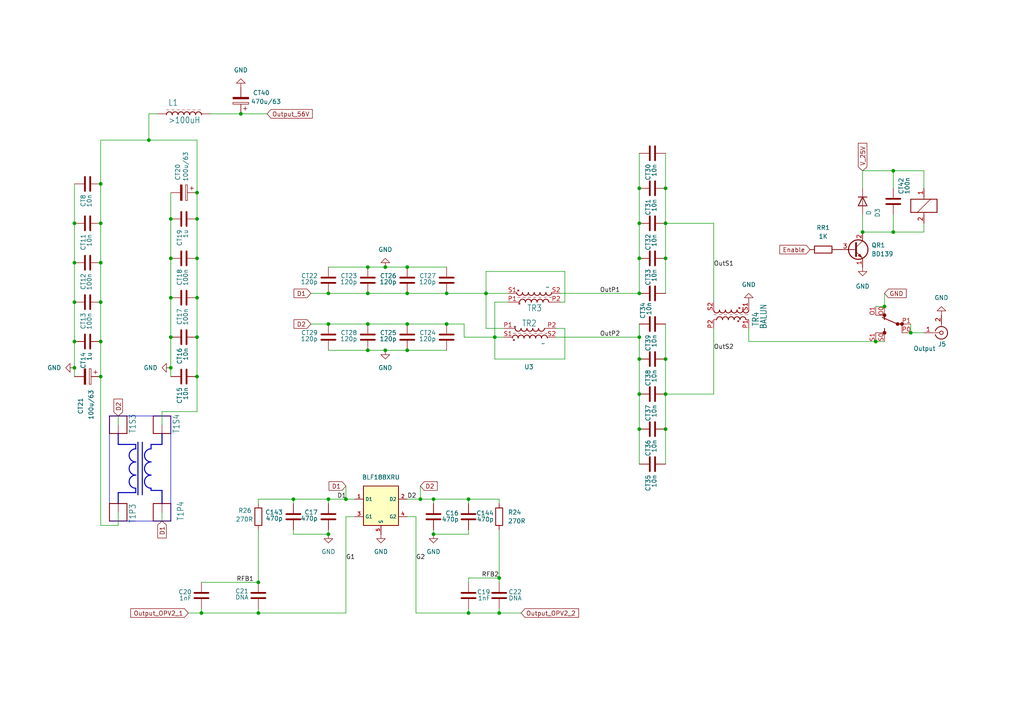
<source format=kicad_sch>
(kicad_sch (version 20231120) (generator "eeschema") (generator_version "8.0")
  (paper "A4")
  (lib_symbols
    (symbol "Connector:Conn_Coaxial" (pin_names (offset 1.016) hide)
      (property "Reference" "J" (at 0.254 3.048 0))
      (property "Value" "Conn_Coaxial" (at 2.921 0 90))
      (symbol "Conn_Coaxial_0_1"
        (arc (start -1.778 -0.508) (mid 0.2311 -1.8066) (end 1.778 0) (stroke (width 0.254)))
        (polyline (pts (xy -2.54 0) (xy -0.508 0)))
        (polyline (pts (xy 0 -2.54) (xy 0 -1.778)))
        (circle (center 0 0) (radius 0.508) (stroke (width 0.2032)))
        (arc (start 1.778 0) (mid 0.2099 1.8101) (end -1.778 0.508) (stroke (width 0.254)))
      )
      (symbol "Conn_Coaxial_1_1"
        (pin passive line (at -5.08 0 0) (length 2.54) (name "In") (number "1"))
        (pin passive line (at 0 -5.08 90) (length 2.54) (name "Ext") (number "2"))
      )
    )
    (symbol "Device:C" (pin_numbers hide) (pin_names (offset 0.254))
      (property "Reference" "C" (at 0.635 2.54 0))
      (property "Value" "C" (at 0.635 -2.54 0))
      (symbol "C_0_1"
        (polyline (pts (xy -2.032 -0.762) (xy 2.032 -0.762)) (stroke (width 0.508)))
        (polyline (pts (xy -2.032 0.762) (xy 2.032 0.762)) (stroke (width 0.508)))
      )
      (symbol "C_1_1"
        (pin passive line (at 0 3.81 270) (length 2.794) (name "~") (number "1"))
        (pin passive line (at 0 -3.81 90) (length 2.794) (name "~") (number "2"))
      )
    )
    (symbol "Device:C_Polarized" (pin_numbers hide) (pin_names (offset 0.254))
      (property "Reference" "C" (at 0.635 2.54 0))
      (property "Value" "C_Polarized" (at 0.635 -2.54 0))
      (symbol "C_Polarized_0_1"
        (rectangle (start -2.286 0.508) (end 2.286 1.016))
        (polyline (pts (xy -1.778 2.286) (xy -0.762 2.286)))
        (polyline (pts (xy -1.27 2.794) (xy -1.27 1.778)))
        (rectangle (start 2.286 -0.508) (end -2.286 -1.016) (fill (type outline)))
      )
      (symbol "C_Polarized_1_1"
        (pin passive line (at 0 3.81 270) (length 2.794) (name "~") (number "1"))
        (pin passive line (at 0 -3.81 90) (length 2.794) (name "~") (number "2"))
      )
    )
    (symbol "Device:D" (pin_numbers hide) (pin_names (offset 1.016) hide)
      (property "Reference" "D" (at 0 2.54 0))
      (property "Value" "D" (at 0 -2.54 0))
      (symbol "D_0_1"
        (polyline (pts (xy -1.27 1.27) (xy -1.27 -1.27)) (stroke (width 0.254)))
        (polyline (pts (xy 1.27 0) (xy -1.27 0)))
        (polyline (pts (xy 1.27 1.27) (xy 1.27 -1.27) (xy -1.27 0) (xy 1.27 1.27)) (stroke (width 0.254)))
      )
      (symbol "D_1_1"
        (pin passive line (at -3.81 0 0) (length 2.54) (name "K") (number "1"))
        (pin passive line (at 3.81 0 180) (length 2.54) (name "A") (number "2"))
      )
    )
    (symbol "Device:R" (pin_numbers hide) (pin_names (offset 0))
      (property "Reference" "R" (at 2.032 0 90))
      (property "Value" "R" (at 0 0 90))
      (symbol "R_0_1"
        (rectangle (start -1.016 -2.54) (end 1.016 2.54) (stroke (width 0.254)))
      )
      (symbol "R_1_1"
        (pin passive line (at 0 3.81 270) (length 1.27) (name "~") (number "1"))
        (pin passive line (at 0 -3.81 90) (length 1.27) (name "~") (number "2"))
      )
    )
    (symbol "New_Library_0:BLF188XRU"
      (property "Reference" "U3" (at 42.926 40.894 0))
      (property "Value" "BLF188XRU" (at 0 8.89 0))
      (symbol "BLF188XRU_0_1"
        (rectangle (start -5.08 6.35) (end 5.08 -5.08) (stroke (width 0.254)) (fill (type background)))
      )
      (symbol "BLF188XRU_1_1"
        (pin input line (at -7.62 2.54 0) (length 2.54) (name "D1") (number "1"))
        (pin output line (at 7.62 2.54 180) (length 2.54) (name "D2") (number "2"))
        (pin input line (at -7.62 -2.54 0) (length 2.54) (name "G1") (number "3"))
        (pin input line (at 7.62 -2.54 180) (length 2.54) (name "G2") (number "4"))
        (pin power_in line (at 0 -7.62 90) (length 2.54) (name "S") (number "5"))
      )
    )
    (symbol "Transistor_BJT:BD139" (pin_names (offset 0) hide)
      (property "Reference" "Q" (at 5.08 1.905 0))
      (property "Value" "BD139" (at 5.08 0 0))
      (symbol "BD139_0_1"
        (polyline (pts (xy 0 0) (xy 0.635 0)))
        (polyline (pts (xy 2.54 -2.54) (xy 0.635 -0.635)))
        (polyline (pts (xy 2.54 2.54) (xy 0.635 0.635)))
        (polyline (pts (xy 0.635 1.905) (xy 0.635 -1.905) (xy 0.635 -1.905)) (stroke (width 0.508)) (fill (type outline)))
        (polyline (pts (xy 1.2446 -1.778) (xy 1.7526 -1.27) (xy 2.286 -2.286) (xy 1.2446 -1.778) (xy 1.2446 -1.778)) (fill (type outline)))
        (circle (center 1.27 0) (radius 2.8194) (stroke (width 0.3048)))
      )
      (symbol "BD139_1_1"
        (pin passive line (at 2.54 -5.08 90) (length 2.54) (name "E") (number "1"))
        (pin passive line (at 2.54 5.08 270) (length 2.54) (name "C") (number "2"))
        (pin input line (at -5.08 0 0) (length 5.08) (name "B") (number "3"))
      )
    )
    (symbol "kwpa_ldmos2-eagle-import:G2RE"
      (symbol "G2RE_1_0"
        (polyline (pts (xy -3.81 -1.905) (xy -1.905 -1.905)) (stroke (width 0.254)))
        (polyline (pts (xy -3.81 1.905) (xy -3.81 -1.905)) (stroke (width 0.254)))
        (polyline (pts (xy -1.905 -1.905) (xy 0 -1.905)) (stroke (width 0.254)))
        (polyline (pts (xy -1.905 -1.905) (xy 1.905 1.905)) (stroke (width 0.1524)))
        (polyline (pts (xy 0 -2.54) (xy 0 -1.905)) (stroke (width 0.1524)))
        (polyline (pts (xy 0 -1.905) (xy 3.81 -1.905)) (stroke (width 0.254)))
        (polyline (pts (xy 0 1.905) (xy -3.81 1.905)) (stroke (width 0.254)))
        (polyline (pts (xy 0 2.54) (xy 0 1.905)) (stroke (width 0.1524)))
        (polyline (pts (xy 1.905 1.905) (xy 0 1.905)) (stroke (width 0.254)))
        (polyline (pts (xy 3.81 -1.905) (xy 3.81 1.905)) (stroke (width 0.254)))
        (polyline (pts (xy 3.81 1.905) (xy 1.905 1.905)) (stroke (width 0.254)))
        (pin passive line (at 0 5.08 270) (length 2.54) (name "1") (number "1"))
        (pin passive line (at 0 -5.08 90) (length 2.54) (name "2") (number "2"))
      )
      (symbol "G2RE_2_0"
        (circle (center -2.54 5.08) (radius 0.127) (stroke (width 0.4064)))
        (polyline (pts (xy -2.54 0) (xy 0 0)) (stroke (width 0.1524)))
        (polyline (pts (xy -2.54 5.08) (xy -1.27 5.08)) (stroke (width 0.254)))
        (polyline (pts (xy -2.54 7.62) (xy -2.54 5.08)) (stroke (width 0.1524)))
        (polyline (pts (xy 0 0) (xy 0 1.27)) (stroke (width 0.254)))
        (polyline (pts (xy 0 1.27) (xy 1.905 5.715)) (stroke (width 0.254)))
        (polyline (pts (xy 2.54 5.08) (xy 1.27 5.08)) (stroke (width 0.254)))
        (polyline (pts (xy 2.54 7.62) (xy 2.54 5.08)) (stroke (width 0.1524)))
        (circle (center 0 0) (radius 0.127) (stroke (width 0.4064)))
        (circle (center 0 1.27) (radius 0.127) (stroke (width 0.4064)))
        (circle (center 2.54 5.08) (radius 0.127) (stroke (width 0.4064)))
        (pin passive line (at 5.08 5.08 180) (length 2.54) (name "O") (number "O0"))
        (pin passive line (at 5.08 7.62 180) (length 2.54) (name "O@1") (number "O1"))
        (pin passive line (at -2.54 -2.54 90) (length 2.54) (name "P@1") (number "P0"))
        (pin passive line (at 0 -2.54 90) (length 2.54) (name "P") (number "P1"))
        (pin passive line (at -5.08 5.08 0) (length 2.54) (name "S") (number "S0"))
        (pin passive line (at -5.08 7.62 0) (length 2.54) (name "S@1") (number "S1"))
      )
    )
    (symbol "kwpa_ldmos2-eagle-import:km_HF_SPULE_1W30X12"
      (property "Reference" "L" (at -4.572 2.286 0))
      (symbol "km_HF_SPULE_1W30X12_1_0"
        (arc (start -3.3866 -0.254) (mid -4.2333 0.5927) (end -5.08 -0.254) (stroke (width 0.254)))
        (arc (start -1.6934 -0.254) (mid -2.54 0.5926) (end -3.3866 -0.254) (stroke (width 0.254)))
        (arc (start 0 -0.254) (mid -0.8467 0.5927) (end -1.6934 -0.254) (stroke (width 0.254)))
        (polyline (pts (xy -5.08 1.143) (xy -4.318 1.143)) (stroke (width 0.1016)))
        (polyline (pts (xy -3.556 1.143) (xy -2.794 1.143)) (stroke (width 0.1016)))
        (polyline (pts (xy -2.032 1.143) (xy -1.27 1.143)) (stroke (width 0.1016)))
        (polyline (pts (xy -0.508 1.143) (xy 0.254 1.143)) (stroke (width 0.1016)))
        (polyline (pts (xy 1.016 1.143) (xy 1.778 1.143)) (stroke (width 0.1016)))
        (polyline (pts (xy 2.54 1.143) (xy 3.356 1.143)) (stroke (width 0.1016)))
        (polyline (pts (xy 4.064 1.143) (xy 4.88 1.143)) (stroke (width 0.1016)))
        (arc (start 1.6934 -0.254) (mid 0.8467 0.5927) (end 0 -0.254) (stroke (width 0.254)))
        (arc (start 3.3866 -0.254) (mid 2.5399 0.5927) (end 1.6932 -0.254) (stroke (width 0.254)))
        (arc (start 5.08 -0.254) (mid 4.2333 0.5927) (end 3.3866 -0.254) (stroke (width 0.254)))
        (pin passive line (at 7.62 0 180) (length 2.54) (name "1") (number "P$1"))
        (pin passive line (at -7.62 0 0) (length 2.54) (name "2") (number "P$2"))
      )
    )
    (symbol "kwpa_ldmos2-eagle-import:km_HF_TRAFO_1W_1WMANTEL_STEHEND"
      (property "Reference" "TR" (at -4.572 6.096 0))
      (symbol "km_HF_TRAFO_1W_1WMANTEL_STEHEND_1_0"
        (arc (start -2.54 -4.2334) (mid -1.6933 -3.3867) (end -2.54 -2.54) (stroke (width 0.254)))
        (arc (start -2.54 -2.54) (mid -1.6933 -1.6933) (end -2.54 -0.8466) (stroke (width 0.254)))
        (arc (start -2.54 -0.8466) (mid -1.6934 0) (end -2.54 0.8466) (stroke (width 0.254)))
        (arc (start -2.54 0.8466) (mid -1.6933 1.6933) (end -2.54 2.54) (stroke (width 0.254)))
        (arc (start -2.54 2.54) (mid -1.6933 3.3867) (end -2.54 4.2334) (stroke (width 0.254)))
        (polyline (pts (xy -2.54 -4.318) (xy -2.54 -5.08)) (stroke (width 0.1524)))
        (polyline (pts (xy -2.54 5.08) (xy -2.54 4.318)) (stroke (width 0.1524)))
        (polyline (pts (xy -1.143 -5.08) (xy -1.143 -4.318)) (stroke (width 0.1016)))
        (polyline (pts (xy -1.143 -3.556) (xy -1.143 -2.794)) (stroke (width 0.1016)))
        (polyline (pts (xy -1.143 -2.032) (xy -1.143 -1.27)) (stroke (width 0.1016)))
        (polyline (pts (xy -1.143 -0.508) (xy -1.143 0.254)) (stroke (width 0.1016)))
        (polyline (pts (xy -1.143 1.016) (xy -1.143 1.778)) (stroke (width 0.1016)))
        (polyline (pts (xy -1.143 2.54) (xy -1.143 3.356)) (stroke (width 0.1016)))
        (polyline (pts (xy -1.143 4.064) (xy -1.143 4.88)) (stroke (width 0.1016)))
        (arc (start 0.254 -3.3866) (mid -0.5927 -4.2333) (end 0.254 -5.08) (stroke (width 0.254)))
        (arc (start 0.254 -1.6934) (mid -0.5926 -2.54) (end 0.254 -3.3866) (stroke (width 0.254)))
        (arc (start 0.254 0) (mid -0.5927 -0.8467) (end 0.254 -1.6934) (stroke (width 0.254)))
        (arc (start 0.254 1.6934) (mid -0.5927 0.8467) (end 0.254 0) (stroke (width 0.254)))
        (arc (start 0.254 3.3866) (mid -0.5927 2.5399) (end 0.254 1.6932) (stroke (width 0.254)))
        (arc (start 0.254 5.08) (mid -0.5927 4.2333) (end 0.254 3.3866) (stroke (width 0.254)))
        (text "*" (at -3.4925 3.175 0) (effects (font (size 1.27 1.0795)) (justify left bottom)))
        (text "*" (at 0.3175 3.4925 0) (effects (font (size 1.27 1.0795)) (justify left bottom)))
        (pin passive line (at -5.08 5.08 0) (length 2.54) (name "P1") (number "P1"))
        (pin passive line (at -5.08 -5.08 0) (length 2.54) (name "P2") (number "P2"))
        (pin passive line (at 2.54 5.08 180) (length 2.54) (name "S1") (number "S1"))
        (pin passive line (at 2.54 -5.08 180) (length 2.54) (name "S2") (number "S2"))
      )
    )
    (symbol "kwpa_ldmos2-eagle-import:km_HF_TRAFO_1W_1W_GERADE_DOPPELROHR"
      (property "Reference" "TR" (at 4.572 -1.016 0))
      (symbol "km_HF_TRAFO_1W_1W_GERADE_DOPPELROHR_1_0"
        (arc (start -5.08 2.794) (mid -4.2333 1.9473) (end -3.3866 2.794) (stroke (width 0.254)))
        (arc (start -3.3866 2.794) (mid -2.5399 1.9473) (end -1.6932 2.794) (stroke (width 0.254)))
        (arc (start -2.54 0) (mid -3.3867 0.8467) (end -4.2334 0) (stroke (width 0.254)))
        (arc (start -1.6934 2.794) (mid -0.8467 1.9473) (end 0 2.794) (stroke (width 0.254)))
        (arc (start -0.8466 0) (mid -1.6933 0.8467) (end -2.54 0) (stroke (width 0.254)))
        (polyline (pts (xy -5.08 0) (xy -4.318 0)) (stroke (width 0.1524)))
        (polyline (pts (xy -4.064 1.397) (xy -4.88 1.397)) (stroke (width 0.1016)))
        (polyline (pts (xy -2.54 1.397) (xy -3.356 1.397)) (stroke (width 0.1016)))
        (polyline (pts (xy -1.016 1.397) (xy -1.778 1.397)) (stroke (width 0.1016)))
        (polyline (pts (xy 0.508 1.397) (xy -0.254 1.397)) (stroke (width 0.1016)))
        (polyline (pts (xy 2.032 1.397) (xy 1.27 1.397)) (stroke (width 0.1016)))
        (polyline (pts (xy 3.556 1.397) (xy 2.794 1.397)) (stroke (width 0.1016)))
        (polyline (pts (xy 4.318 0) (xy 5.08 0)) (stroke (width 0.1524)))
        (polyline (pts (xy 5.08 1.397) (xy 4.318 1.397)) (stroke (width 0.1016)))
        (arc (start 0 2.794) (mid 0.8467 1.9473) (end 1.6934 2.794) (stroke (width 0.254)))
        (arc (start 0.8466 0) (mid 0 0.8466) (end -0.8466 0) (stroke (width 0.254)))
        (arc (start 1.6934 2.794) (mid 2.54 1.9474) (end 3.3866 2.794) (stroke (width 0.254)))
        (arc (start 2.54 0) (mid 1.6933 0.8467) (end 0.8466 0) (stroke (width 0.254)))
        (arc (start 3.3866 2.794) (mid 4.2333 1.9473) (end 5.08 2.794) (stroke (width 0.254)))
        (arc (start 4.2334 0) (mid 3.3867 0.8467) (end 2.54 0) (stroke (width 0.254)))
        (text "*" (at -3.4925 2.8575 900) (effects (font (size 1.27 1.0795)) (justify left bottom)))
        (text "*" (at -3.175 -0.9525 900) (effects (font (size 1.27 1.0795)) (justify left bottom)))
        (pin passive line (at -7.62 0 0) (length 2.54) (name "P1") (number "P1"))
        (pin passive line (at 7.62 0 180) (length 2.54) (name "P2") (number "P2"))
        (pin passive line (at -7.62 2.54 0) (length 2.54) (name "S1") (number "S1"))
        (pin passive line (at 7.62 2.54 180) (length 2.54) (name "S2") (number "S2"))
      )
    )
    (symbol "kwpa_ldmos2-eagle-import:km_HF_TRAFO_1W_1W_GERADE_DOPPELROHRREVERSE"
      (property "Reference" "TR" (at 4.572 -1.016 0))
      (symbol "km_HF_TRAFO_1W_1W_GERADE_DOPPELROHRREVERSE_1_0"
        (arc (start -5.08 2.794) (mid -4.2333 1.9473) (end -3.3866 2.794) (stroke (width 0.254)))
        (arc (start -3.3866 2.794) (mid -2.5399 1.9473) (end -1.6932 2.794) (stroke (width 0.254)))
        (arc (start -2.54 0) (mid -3.3867 0.8467) (end -4.2334 0) (stroke (width 0.254)))
        (arc (start -1.6934 2.794) (mid -0.8467 1.9473) (end 0 2.794) (stroke (width 0.254)))
        (arc (start -0.8466 0) (mid -1.6933 0.8467) (end -2.54 0) (stroke (width 0.254)))
        (polyline (pts (xy -5.08 0) (xy -4.318 0)) (stroke (width 0.1524)))
        (polyline (pts (xy -4.064 1.397) (xy -4.88 1.397)) (stroke (width 0.1016)))
        (polyline (pts (xy -2.54 1.397) (xy -3.356 1.397)) (stroke (width 0.1016)))
        (polyline (pts (xy -1.016 1.397) (xy -1.778 1.397)) (stroke (width 0.1016)))
        (polyline (pts (xy 0.508 1.397) (xy -0.254 1.397)) (stroke (width 0.1016)))
        (polyline (pts (xy 2.032 1.397) (xy 1.27 1.397)) (stroke (width 0.1016)))
        (polyline (pts (xy 3.556 1.397) (xy 2.794 1.397)) (stroke (width 0.1016)))
        (polyline (pts (xy 4.318 0) (xy 5.08 0)) (stroke (width 0.1524)))
        (polyline (pts (xy 5.08 1.397) (xy 4.318 1.397)) (stroke (width 0.1016)))
        (arc (start 0 2.794) (mid 0.8467 1.9473) (end 1.6934 2.794) (stroke (width 0.254)))
        (arc (start 0.8466 0) (mid 0 0.8466) (end -0.8466 0) (stroke (width 0.254)))
        (arc (start 1.6934 2.794) (mid 2.54 1.9474) (end 3.3866 2.794) (stroke (width 0.254)))
        (arc (start 2.54 0) (mid 1.6933 0.8467) (end 0.8466 0) (stroke (width 0.254)))
        (arc (start 3.3866 2.794) (mid 4.2333 1.9473) (end 5.08 2.794) (stroke (width 0.254)))
        (arc (start 4.2334 0) (mid 3.3867 0.8467) (end 2.54 0) (stroke (width 0.254)))
        (text "*" (at -3.4925 2.8575 900) (effects (font (size 1.27 1.0795)) (justify left bottom)))
        (text "*" (at -3.175 -0.9525 900) (effects (font (size 1.27 1.0795)) (justify left bottom)))
        (pin passive line (at -7.62 0 0) (length 2.54) (name "P1") (number "P1"))
        (pin passive line (at 7.62 0 180) (length 2.54) (name "P2") (number "P2"))
        (pin passive line (at -7.62 2.54 0) (length 2.54) (name "S1") (number "S1"))
        (pin passive line (at 7.62 2.54 180) (length 2.54) (name "S2") (number "S2"))
      )
    )
    (symbol "kwpa_ldmos2-eagle-import:km_THICKPINSMD2,5X4"
      (property "Reference" "JP" (at -5.08 3.81 0))
      (symbol "km_THICKPINSMD2,5X4_1_0"
        (polyline (pts (xy -5.08 -2.54) (xy -5.08 2.54)) (stroke (width 0.254)))
        (polyline (pts (xy -5.08 2.54) (xy 0 2.54)) (stroke (width 0.254)))
        (polyline (pts (xy 0 -2.54) (xy -5.08 -2.54)) (stroke (width 0.254)))
        (polyline (pts (xy 0 2.54) (xy 0 -2.54)) (stroke (width 0.254)))
        (pin bidirectional line (at -2.54 0 0) (length 2.54) (name "1") (number "P$1"))
      )
    )
    (symbol "power:GND" (power) (pin_numbers hide) (pin_names (offset 0) hide)
      (property "Value" "GND" (at 0 -3.81 0))
      (symbol "GND_0_1"
        (polyline (pts (xy 0 0) (xy 0 -1.27) (xy 1.27 -1.27) (xy 0 -2.54) (xy -1.27 -1.27) (xy 0 -1.27)))
      )
      (symbol "GND_1_1"
        (pin power_in line (at 0 0 270) (length 0) (name "~") (number "1"))
      )
    )
  )
  (junction (at 193.04 54.61))
  (junction (at 118.11 101.6))
  (junction (at 125.73 144.78))
  (junction (at 95.25 154.94))
  (junction (at 21.59 99.06))
  (junction (at 254 99.06))
  (junction (at 43.18 40.64))
  (junction (at 193.04 64.77))
  (junction (at 21.59 87.63))
  (junction (at 49.53 63.5))
  (junction (at 49.53 106.68))
  (junction (at 125.73 154.94))
  (junction (at 106.68 101.6))
  (junction (at 49.53 97.79))
  (junction (at 129.54 85.09))
  (junction (at 193.04 124.46))
  (junction (at 129.54 93.98))
  (junction (at 100.33 144.78))
  (junction (at 21.59 106.68))
  (junction (at 250.19 67.31))
  (junction (at 118.11 93.98))
  (junction (at 193.04 114.3))
  (junction (at 29.21 64.77))
  (junction (at 29.21 87.63))
  (junction (at 95.25 144.78))
  (junction (at 95.25 93.98))
  (junction (at 185.42 54.61))
  (junction (at 57.15 97.79))
  (junction (at 106.68 93.98))
  (junction (at 49.53 74.93))
  (junction (at 185.42 85.09))
  (junction (at 185.42 104.14))
  (junction (at 135.89 144.78))
  (junction (at 21.59 76.2))
  (junction (at 118.11 85.09))
  (junction (at 29.21 99.06))
  (junction (at 193.04 74.93))
  (junction (at 49.53 86.36))
  (junction (at 57.15 74.93))
  (junction (at 193.04 104.14))
  (junction (at 74.93 177.8))
  (junction (at 256.54 88.9))
  (junction (at 121.92 144.78))
  (junction (at 57.15 55.88))
  (junction (at 29.21 109.22))
  (junction (at 106.68 77.47))
  (junction (at 95.25 85.09))
  (junction (at 135.89 177.8))
  (junction (at 259.08 49.53))
  (junction (at 29.21 53.34))
  (junction (at 29.21 76.2))
  (junction (at 118.11 77.47))
  (junction (at 143.51 97.79))
  (junction (at 185.42 97.79))
  (junction (at 111.76 101.6))
  (junction (at 58.42 177.8))
  (junction (at 185.42 124.46))
  (junction (at 144.78 167.64))
  (junction (at 57.15 63.5))
  (junction (at 57.15 86.36))
  (junction (at 85.09 144.78))
  (junction (at 57.15 109.22))
  (junction (at 185.42 114.3))
  (junction (at 106.68 85.09))
  (junction (at 259.08 67.31))
  (junction (at 69.85 33.02))
  (junction (at 140.97 85.09))
  (junction (at 111.76 77.47))
  (junction (at 21.59 64.77))
  (junction (at 185.42 74.93))
  (junction (at 264.16 96.52))
  (junction (at 144.78 177.8))
  (junction (at 185.42 64.77))
  (junction (at 74.93 168.91))
  (wire (pts (xy 49.53 63.5) (xy 49.53 74.93)))
  (polyline (pts (xy 31.75 120.65) (xy 49.53 120.65)) (stroke (width 0.1524) (type solid)))
  (polyline (pts (xy 43.815 128.905) (xy 46.99 128.905)) (stroke (width 0.3048) (type solid)))
  (wire (pts (xy 264.16 93.98) (xy 264.16 96.52)))
  (wire (pts (xy 118.11 77.47) (xy 129.54 77.47)))
  (wire (pts (xy 29.21 99.06) (xy 29.21 109.22)))
  (wire (pts (xy 264.16 96.52) (xy 267.97 96.52)))
  (wire (pts (xy 250.19 67.31) (xy 259.08 67.31)))
  (wire (pts (xy 95.25 93.98) (xy 106.68 93.98)))
  (wire (pts (xy 259.08 67.31) (xy 267.97 67.31)))
  (wire (pts (xy 74.93 144.78) (xy 85.09 144.78)))
  (wire (pts (xy 144.78 153.67) (xy 144.78 167.64)))
  (polyline (pts (xy 41.275 143.51) (xy 41.275 128.27)) (stroke (width 0.3048) (type solid)))
  (polyline (pts (xy 46.99 142.24) (xy 46.99 146.05)) (stroke (width 0.3048) (type solid)))
  (wire (pts (xy 49.53 97.79) (xy 49.53 106.68)))
  (wire (pts (xy 135.89 144.78) (xy 144.78 144.78)))
  (wire (pts (xy 106.68 85.09) (xy 118.11 85.09)))
  (wire (pts (xy 95.25 85.09) (xy 106.68 85.09)))
  (wire (pts (xy 129.54 93.98) (xy 134.62 93.98)) (stroke (width 0.1524)))
  (wire (pts (xy 46.99 151.13) (xy 46.99 148.59)))
  (wire (pts (xy 106.68 93.98) (xy 118.11 93.98)))
  (wire (pts (xy 74.93 144.78) (xy 74.93 146.05)))
  (wire (pts (xy 57.15 86.36) (xy 57.15 97.79)))
  (wire (pts (xy 120.65 149.86) (xy 118.11 149.86)))
  (wire (pts (xy 95.25 153.67) (xy 95.25 154.94)))
  (wire (pts (xy 100.33 149.86) (xy 100.33 177.8)))
  (wire (pts (xy 49.53 86.36) (xy 49.53 97.79)))
  (wire (pts (xy 135.89 177.8) (xy 144.78 177.8)))
  (wire (pts (xy 135.89 168.91) (xy 135.89 167.64)))
  (wire (pts (xy 193.04 124.46) (xy 193.04 134.62)))
  (wire (pts (xy 163.83 78.74) (xy 140.97 78.74)) (stroke (width 0.1524)))
  (wire (pts (xy 34.29 120.65) (xy 34.29 123.19)))
  (wire (pts (xy 29.21 109.22) (xy 29.21 152.4)))
  (wire (pts (xy 146.05 95.25) (xy 140.97 95.25)) (stroke (width 0.1524)))
  (polyline (pts (xy 43.815 130.175) (xy 43.815 128.905)) (stroke (width 0.3048) (type solid)))
  (wire (pts (xy 120.65 149.86) (xy 120.65 177.8)))
  (wire (pts (xy 57.15 55.88) (xy 57.15 63.5)))
  (wire (pts (xy 95.25 144.78) (xy 95.25 146.05)))
  (wire (pts (xy 74.93 153.67) (xy 74.93 168.91)))
  (wire (pts (xy 193.04 93.98) (xy 193.04 104.14)))
  (wire (pts (xy 193.04 64.77) (xy 193.04 74.93)))
  (wire (pts (xy 125.73 144.78) (xy 135.89 144.78)))
  (polyline (pts (xy 43.815 142.24) (xy 46.99 142.24)) (stroke (width 0.3048) (type solid)))
  (wire (pts (xy 162.56 87.63) (xy 163.83 87.63)) (stroke (width 0.1524)))
  (wire (pts (xy 135.89 154.94) (xy 125.73 154.94)))
  (wire (pts (xy 111.76 77.47) (xy 118.11 77.47)))
  (wire (pts (xy 49.53 74.93) (xy 49.53 86.36)))
  (wire (pts (xy 193.04 74.93) (xy 193.04 85.09)))
  (wire (pts (xy 147.32 85.09) (xy 140.97 85.09)) (stroke (width 0.1524)))
  (wire (pts (xy 95.25 77.47) (xy 106.68 77.47)))
  (wire (pts (xy 21.59 53.34) (xy 21.59 64.77)))
  (wire (pts (xy 43.18 40.64) (xy 57.15 40.64)))
  (wire (pts (xy 250.19 62.23) (xy 250.19 67.31)))
  (wire (pts (xy 207.01 78.74) (xy 207.01 64.77)))
  (wire (pts (xy 217.17 99.06) (xy 254 99.06)))
  (wire (pts (xy 58.42 177.8) (xy 58.42 176.53)))
  (wire (pts (xy 29.21 64.77) (xy 29.21 76.2)))
  (wire (pts (xy 46.99 119.38) (xy 46.99 123.19)))
  (wire (pts (xy 185.42 104.14) (xy 185.42 114.3)))
  (wire (pts (xy 118.11 144.78) (xy 121.92 144.78)))
  (wire (pts (xy 111.76 101.6) (xy 118.11 101.6)))
  (wire (pts (xy 95.25 144.78) (xy 100.33 144.78)))
  (wire (pts (xy 185.42 93.98) (xy 185.42 97.79)))
  (wire (pts (xy 54.61 177.8) (xy 58.42 177.8)))
  (wire (pts (xy 256.54 88.9) (xy 254 88.9)))
  (polyline (pts (xy 46.99 128.905) (xy 46.99 125.73)) (stroke (width 0.3048) (type solid)))
  (wire (pts (xy 144.78 167.64) (xy 144.78 168.91)))
  (wire (pts (xy 29.21 152.4) (xy 34.29 152.4)))
  (wire (pts (xy 193.04 54.61) (xy 193.04 64.77)))
  (wire (pts (xy 143.51 104.14) (xy 143.51 97.79)) (stroke (width 0.1524)))
  (wire (pts (xy 193.04 114.3) (xy 193.04 124.46)))
  (wire (pts (xy 162.56 85.09) (xy 185.42 85.09)) (stroke (width 0.1524)))
  (wire (pts (xy 144.78 146.05) (xy 144.78 144.78)))
  (wire (pts (xy 140.97 95.25) (xy 140.97 85.09)) (stroke (width 0.1524)))
  (wire (pts (xy 34.29 152.4) (xy 34.29 148.59)))
  (wire (pts (xy 140.97 78.74) (xy 140.97 85.09)) (stroke (width 0.1524)))
  (polyline (pts (xy 43.815 141.605) (xy 43.815 142.24)) (stroke (width 0.3048) (type solid)))
  (polyline (pts (xy 31.75 146.05) (xy 31.75 120.65)) (stroke (width 0.1524) (type solid)))
  (wire (pts (xy 57.15 109.22) (xy 57.15 119.38)))
  (wire (pts (xy 144.78 176.53) (xy 144.78 177.8)))
  (wire (pts (xy 85.09 154.94) (xy 95.25 154.94)))
  (polyline (pts (xy 40.005 143.51) (xy 40.005 128.27)) (stroke (width 0.3048) (type solid)))
  (wire (pts (xy 163.83 95.25) (xy 163.83 104.14)) (stroke (width 0.1524)))
  (wire (pts (xy 121.92 140.97) (xy 121.92 144.78)))
  (wire (pts (xy 29.21 76.2) (xy 29.21 87.63)))
  (polyline (pts (xy 49.53 120.65) (xy 49.53 151.13)) (stroke (width 0.1524) (type solid)))
  (wire (pts (xy 144.78 177.8) (xy 151.13 177.8)))
  (wire (pts (xy 43.18 33.02) (xy 43.18 40.64)))
  (wire (pts (xy 57.15 97.79) (xy 57.15 109.22)))
  (wire (pts (xy 161.29 95.25) (xy 163.83 95.25)) (stroke (width 0.1524)))
  (wire (pts (xy 118.11 93.98) (xy 129.54 93.98)) (stroke (width 0.1524)))
  (wire (pts (xy 85.09 144.78) (xy 95.25 144.78)))
  (wire (pts (xy 250.19 49.53) (xy 259.08 49.53)))
  (wire (pts (xy 193.04 114.3) (xy 207.01 114.3)))
  (wire (pts (xy 118.11 101.6) (xy 129.54 101.6)))
  (wire (pts (xy 193.04 44.45) (xy 193.04 54.61)))
  (wire (pts (xy 74.93 176.53) (xy 74.93 177.8)))
  (wire (pts (xy 125.73 154.94) (xy 125.73 153.67)))
  (wire (pts (xy 134.62 97.79) (xy 134.62 93.98)) (stroke (width 0.1524)))
  (wire (pts (xy 90.17 85.09) (xy 95.25 85.09)))
  (wire (pts (xy 140.97 85.09) (xy 129.54 85.09)) (stroke (width 0.1524)))
  (wire (pts (xy 43.18 33.02) (xy 45.72 33.02)))
  (wire (pts (xy 146.05 97.79) (xy 143.51 97.79)) (stroke (width 0.1524)))
  (wire (pts (xy 106.68 101.6) (xy 111.76 101.6)))
  (wire (pts (xy 143.51 97.79) (xy 134.62 97.79)) (stroke (width 0.1524)))
  (wire (pts (xy 106.68 77.47) (xy 111.76 77.47)))
  (wire (pts (xy 29.21 87.63) (xy 29.21 99.06)))
  (wire (pts (xy 118.11 85.09) (xy 129.54 85.09)) (stroke (width 0.1524)))
  (wire (pts (xy 120.65 177.8) (xy 135.89 177.8)))
  (wire (pts (xy 267.97 64.77) (xy 267.97 67.31)))
  (wire (pts (xy 135.89 167.64) (xy 144.78 167.64)))
  (wire (pts (xy 125.73 144.78) (xy 125.73 146.05)))
  (wire (pts (xy 85.09 144.78) (xy 85.09 146.05)))
  (polyline (pts (xy 34.29 128.905) (xy 34.29 125.73)) (stroke (width 0.3048) (type solid)))
  (wire (pts (xy 21.59 76.2) (xy 21.59 87.63)))
  (wire (pts (xy 207.01 95.25) (xy 207.01 114.3)))
  (wire (pts (xy 57.15 119.38) (xy 46.99 119.38)))
  (wire (pts (xy 143.51 87.63) (xy 143.51 97.79)) (stroke (width 0.1524)))
  (wire (pts (xy 250.19 49.53) (xy 250.19 54.61)))
  (wire (pts (xy 259.08 49.53) (xy 267.97 49.53)))
  (wire (pts (xy 90.17 93.98) (xy 95.25 93.98)))
  (wire (pts (xy 95.25 101.6) (xy 106.68 101.6)))
  (wire (pts (xy 185.42 74.93) (xy 185.42 85.09)))
  (polyline (pts (xy 39.37 141.605) (xy 39.37 142.875)) (stroke (width 0.3048) (type solid)))
  (polyline (pts (xy 39.37 130.175) (xy 39.37 128.905)) (stroke (width 0.3048) (type solid)))
  (wire (pts (xy 256.54 85.09) (xy 256.54 88.9)))
  (wire (pts (xy 185.42 54.61) (xy 185.42 64.77)))
  (wire (pts (xy 69.85 33.02) (xy 77.47 33.02)))
  (polyline (pts (xy 39.37 128.905) (xy 34.29 128.905)) (stroke (width 0.3048) (type solid)))
  (wire (pts (xy 135.89 153.67) (xy 135.89 154.94)))
  (wire (pts (xy 57.15 74.93) (xy 57.15 86.36)))
  (wire (pts (xy 21.59 64.77) (xy 21.59 76.2)))
  (polyline (pts (xy 39.37 142.875) (xy 34.29 142.875)) (stroke (width 0.3048) (type solid)))
  (wire (pts (xy 254 99.06) (xy 256.54 99.06)))
  (wire (pts (xy 185.42 114.3) (xy 185.42 124.46)))
  (wire (pts (xy 100.33 144.78) (xy 102.87 144.78)))
  (wire (pts (xy 29.21 53.34) (xy 29.21 40.64)))
  (wire (pts (xy 135.89 176.53) (xy 135.89 177.8)))
  (wire (pts (xy 29.21 53.34) (xy 29.21 64.77)))
  (wire (pts (xy 193.04 104.14) (xy 193.04 114.3)))
  (wire (pts (xy 21.59 87.63) (xy 21.59 99.06)))
  (polyline (pts (xy 49.53 151.13) (xy 31.75 151.13)) (stroke (width 0.1524) (type solid)))
  (wire (pts (xy 185.42 64.77) (xy 185.42 74.93)))
  (wire (pts (xy 60.96 33.02) (xy 69.85 33.02)))
  (wire (pts (xy 163.83 104.14) (xy 143.51 104.14)) (stroke (width 0.1524)))
  (wire (pts (xy 21.59 99.06) (xy 21.59 106.68)))
  (wire (pts (xy 217.17 95.25) (xy 217.17 99.06)))
  (wire (pts (xy 49.53 106.68) (xy 49.53 109.22)))
  (polyline (pts (xy 34.29 142.875) (xy 34.29 146.05)) (stroke (width 0.3048) (type solid)))
  (wire (pts (xy 163.83 87.63) (xy 163.83 78.74)) (stroke (width 0.1524)))
  (wire (pts (xy 161.29 97.79) (xy 185.42 97.79)) (stroke (width 0.1524)))
  (wire (pts (xy 85.09 153.67) (xy 85.09 154.94)))
  (wire (pts (xy 185.42 124.46) (xy 185.42 134.62)))
  (wire (pts (xy 58.42 177.8) (xy 74.93 177.8)))
  (wire (pts (xy 207.01 64.77) (xy 193.04 64.77)))
  (wire (pts (xy 100.33 140.97) (xy 100.33 144.78)))
  (wire (pts (xy 29.21 40.64) (xy 43.18 40.64)))
  (wire (pts (xy 185.42 44.45) (xy 185.42 54.61)))
  (wire (pts (xy 21.59 106.68) (xy 21.59 109.22)))
  (wire (pts (xy 147.32 87.63) (xy 143.51 87.63)) (stroke (width 0.1524)))
  (wire (pts (xy 185.42 97.79) (xy 185.42 93.98)) (stroke (width 0.1524)))
  (wire (pts (xy 100.33 149.86) (xy 102.87 149.86)))
  (wire (pts (xy 58.42 168.91) (xy 74.93 168.91)))
  (wire (pts (xy 100.33 177.8) (xy 74.93 177.8)))
  (wire (pts (xy 57.15 40.64) (xy 57.15 55.88)))
  (wire (pts (xy 267.97 49.53) (xy 267.97 54.61)))
  (wire (pts (xy 49.53 55.88) (xy 49.53 63.5)))
  (wire (pts (xy 259.08 62.23) (xy 259.08 67.31)))
  (wire (pts (xy 57.15 63.5) (xy 57.15 74.93)))
  (wire (pts (xy 121.92 144.78) (xy 125.73 144.78)))
  (wire (pts (xy 259.08 49.53) (xy 259.08 54.61)))
  (wire (pts (xy 185.42 97.79) (xy 185.42 104.14)))
  (wire (pts (xy 207.01 87.63) (xy 207.01 78.74)) (stroke (width 0.1524)))
  (wire (pts (xy 135.89 144.78) (xy 135.89 146.05)))
  (arc (start 43.815 141.605) (mid 41.91 139.7) (end 43.815 137.795) (stroke (width 0.3048)))
  (arc (start 43.815 137.795) (mid 41.91 135.89) (end 43.815 133.985) (stroke (width 0.3048)))
  (arc (start 39.37 133.985) (mid 37.465 132.08) (end 39.37 130.175) (stroke (width 0.3048)))
  (arc (start 43.815 133.985) (mid 41.91 132.08) (end 43.815 130.175) (stroke (width 0.3048)))
  (arc (start 39.37 137.795) (mid 37.465 135.89) (end 39.37 133.985) (stroke (width 0.3048)))
  (arc (start 39.37 141.605) (mid 37.465 139.7) (end 39.37 137.795) (stroke (width 0.3048)))
  (label "G2" (at 120.65 162.56 0))
  (label "RFB1" (at 68.58 168.91 0))
  (label "OutP1" (at 173.99 85.09 0))
  (label "OutS1" (at 207.01 77.47 0))
  (label "OutS2" (at 207.01 101.6 0))
  (label "D2" (at 118.11 144.78 0))
  (label "D1" (at 97.79 144.78 0))
  (label "OutP2" (at 173.99 97.79 0))
  (label "G1" (at 100.33 162.56 0))
  (label "RFB2" (at 139.7 167.64 0))
  (global_label "Output_OPV2_2" (shape input) (at 151.13 177.8 0) (property "Intersheetrefs" "${INTERSHEET_REFS}" (effects (hide yes))))
  (global_label "D2" (shape input) (at 90.17 93.98 180) (property "Intersheetrefs" "${INTERSHEET_REFS}" (effects (hide yes))))
  (global_label "Output_OPV2_1" (shape input) (at 54.61 177.8 180) (property "Intersheetrefs" "${INTERSHEET_REFS}" (effects (hide yes))))
  (global_label "V_25V" (shape input) (at 250.19 49.53 90) (property "Intersheetrefs" "${INTERSHEET_REFS}" (effects (hide yes))))
  (global_label "D2" (shape input) (at 121.92 140.97 0) (property "Intersheetrefs" "${INTERSHEET_REFS}" (effects (hide yes))))
  (global_label "D1" (shape input) (at 100.33 140.97 180) (property "Intersheetrefs" "${INTERSHEET_REFS}" (effects (hide yes))))
  (global_label "D1" (shape input) (at 46.99 151.13 270) (property "Intersheetrefs" "${INTERSHEET_REFS}" (effects (hide yes))))
  (global_label "GND" (shape input) (at 256.54 85.09 0) (property "Intersheetrefs" "${INTERSHEET_REFS}" (effects (hide yes))))
  (global_label "Enable" (shape input) (at 234.95 72.39 180) (property "Intersheetrefs" "${INTERSHEET_REFS}" (effects (hide yes))))
  (global_label "D1" (shape input) (at 90.17 85.09 180) (property "Intersheetrefs" "${INTERSHEET_REFS}" (effects (hide yes))))
  (global_label "Output_56V" (shape input) (at 77.47 33.02 0) (property "Intersheetrefs" "${INTERSHEET_REFS}" (effects (hide yes))))
  (global_label "D2" (shape input) (at 34.29 120.65 90) (property "Intersheetrefs" "${INTERSHEET_REFS}" (effects (hide yes))))
  (symbol (lib_id "Transistor_BJT:BD139") (at 247.65 72.39 0) (unit 1)
    (property "Reference" "QR1" (at 252.73 71.1199 0) (effects (justify left)))
    (property "Value" "BD139" (at 252.73 73.6599 0) (effects (justify left)))
    (property "Footprint" "Package_TO_SOT_THT:TO-126-3_Vertical" (effects (hide yes)))
    (property "Datasheet" "http://www.st.com/internet/com/TECHNICAL_RESOURCES/TECHNICAL_LITERATURE/DATASHEET/CD00001225.pdf" (effects (hide yes)))
  )
  (symbol (lib_id "Device:D") (at 250.19 58.42 270) (unit 1)
    (property "Reference" "D3" (at 254.508 61.722 0))
    (property "Value" "D" (at 251.968 61.722 0))
    (property "Footprint" "Diode_SMD:D_SMB" (effects (hide yes)))
    (property "Description" "Diode" (effects (hide yes)))
    (property "Sim.Device" "D" (effects (hide yes)))
    (property "Sim.Pins" "1=K 2=A" (effects (hide yes)))
  )
  (symbol (lib_id "Device:C") (at 25.4 87.63 270) (unit 1)
    (property "Reference" "CT13" (at 24.13 90.678 0) (effects (justify left)))
    (property "Value" "100n" (at 25.908 90.678 0) (effects (justify left)))
    (property "Footprint" "Capacitor_SMD:C_1812_4532Metric_Pad1.57x3.40mm_HandSolder" (effects (hide yes)))
    (property "Description" "Unpolarized capacitor" (effects (hide yes)))
  )
  (symbol (lib_id "Device:C") (at 85.09 149.86 180) (unit 1)
    (property "Reference" "C143" (at 82.042 148.59 0) (effects (justify left)))
    (property "Value" "470p" (at 82.042 150.368 0) (effects (justify left)))
    (property "Footprint" "Capacitor_SMD:C_1210_3225Metric_Pad1.33x2.70mm_HandSolder" (effects (hide yes)))
    (property "Description" "Unpolarized capacitor" (effects (hide yes)))
  )
  (symbol (lib_id "power:GND") (at 111.76 101.6 0) (unit 1)
    (property "Reference" "#PWR09" (effects (hide yes)))
    (property "Value" "GND" (at 111.76 106.68 0))
    (property "Description" "Power symbol creates a global label with name \"GND\" , ground" (effects (hide yes)))
  )
  (symbol (lib_id "Device:C") (at 189.23 85.09 270) (unit 1)
    (property "Reference" "CT34" (at 186.436 87.63 0) (effects (justify left)))
    (property "Value" "10n" (at 188.214 87.63 0) (effects (justify left)))
    (property "Footprint" "Capacitor_SMD:C_1210_3225Metric_Pad1.33x2.70mm_HandSolder" (effects (hide yes)))
    (property "Description" "Unpolarized capacitor" (effects (hide yes)))
  )
  (symbol (lib_id "Device:C") (at 259.08 58.42 0) (unit 1)
    (property "Reference" "CT42" (at 261.366 56.388 90) (effects (justify left)))
    (property "Value" "100n" (at 263.144 56.388 90) (effects (justify left)))
    (property "Footprint" "Capacitor_SMD:C_0603_1608Metric_Pad1.08x0.95mm_HandSolder" (effects (hide yes)))
    (property "Description" "Unpolarized capacitor" (effects (hide yes)))
  )
  (symbol (lib_id "power:GND") (at 111.76 77.47 180) (unit 1)
    (property "Reference" "#PWR054" (effects (hide yes)))
    (property "Value" "GND" (at 111.76 72.39 0))
    (property "Description" "Power symbol creates a global label with name \"GND\" , ground" (effects (hide yes)))
  )
  (symbol (lib_id "power:GND") (at 21.59 106.68 270) (unit 1)
    (property "Reference" "#PWR06" (effects (hide yes)))
    (property "Value" "GND" (at 17.78 106.6799 90) (effects (justify right)))
    (property "Description" "Power symbol creates a global label with name \"GND\" , ground" (effects (hide yes)))
  )
  (symbol (lib_id "Device:C") (at 189.23 44.45 270) (unit 1)
    (property "Reference" "CT30" (at 187.96 47.498 0) (effects (justify left)))
    (property "Value" "10n" (at 189.738 47.498 0) (effects (justify left)))
    (property "Footprint" "Capacitor_SMD:C_1210_3225Metric_Pad1.33x2.70mm_HandSolder" (effects (hide yes)))
    (property "Description" "Unpolarized capacitor" (effects (hide yes)))
  )
  (symbol (lib_id "Device:C") (at 135.89 149.86 180) (unit 1)
    (property "Reference" "C144" (at 143.256 148.844 0) (effects (justify left)))
    (property "Value" "470p" (at 143.256 150.622 0) (effects (justify left)))
    (property "Footprint" "Capacitor_SMD:C_1210_3225Metric_Pad1.33x2.70mm_HandSolder" (effects (hide yes)))
    (property "Description" "Unpolarized capacitor" (effects (hide yes)))
  )
  (symbol (lib_id "Device:C") (at 53.34 109.22 270) (unit 1)
    (property "Reference" "CT15" (at 52.07 112.268 0) (effects (justify left)))
    (property "Value" "10n" (at 53.848 112.268 0) (effects (justify left)))
    (property "Footprint" "Capacitor_SMD:C_1812_4532Metric_Pad1.57x3.40mm_HandSolder" (effects (hide yes)))
    (property "Description" "Unpolarized capacitor" (effects (hide yes)))
  )
  (symbol (lib_id "Device:R") (at 144.78 149.86 0) (unit 1)
    (property "Reference" "R24" (at 147.32 148.5899 0) (effects (justify left)))
    (property "Value" "270R" (at 147.32 151.1299 0) (effects (justify left)))
    (property "Footprint" "Library:AX_1.000X.225_.034" (effects (hide yes)))
    (property "Description" "Resistor" (effects (hide yes)))
  )
  (symbol (lib_id "Device:C") (at 189.23 104.14 270) (unit 1)
    (property "Reference" "CT38" (at 187.96 107.188 0) (effects (justify left)))
    (property "Value" "10n" (at 189.738 107.188 0) (effects (justify left)))
    (property "Footprint" "Capacitor_SMD:C_1210_3225Metric_Pad1.33x2.70mm_HandSolder" (effects (hide yes)))
    (property "Description" "Unpolarized capacitor" (effects (hide yes)))
  )
  (symbol (lib_id "Device:C") (at 189.23 64.77 270) (unit 1)
    (property "Reference" "CT32" (at 187.96 67.818 0) (effects (justify left)))
    (property "Value" "10n" (at 189.738 67.818 0) (effects (justify left)))
    (property "Footprint" "Capacitor_SMD:C_1210_3225Metric_Pad1.33x2.70mm_HandSolder" (effects (hide yes)))
    (property "Description" "Unpolarized capacitor" (effects (hide yes)))
  )
  (symbol (lib_id "power:GND") (at 69.85 25.4 180) (unit 1)
    (property "Reference" "#PWR058" (effects (hide yes)))
    (property "Value" "GND" (at 69.85 20.32 0))
    (property "Description" "Power symbol creates a global label with name \"GND\" , ground" (effects (hide yes)))
  )
  (symbol (lib_id "Device:C") (at 58.42 172.72 180) (unit 1)
    (property "Reference" "C20" (at 55.626 171.704 0) (effects (justify left)))
    (property "Value" "1nF" (at 55.626 173.482 0) (effects (justify left)))
    (property "Footprint" "Capacitor_SMD:C_0603_1608Metric_Pad1.08x0.95mm_HandSolder" (effects (hide yes)))
    (property "Description" "Unpolarized capacitor" (effects (hide yes)))
  )
  (symbol (lib_id "Device:C") (at 189.23 54.61 270) (unit 1)
    (property "Reference" "CT31" (at 187.96 57.658 0) (effects (justify left)))
    (property "Value" "10n" (at 189.738 57.658 0) (effects (justify left)))
    (property "Footprint" "Capacitor_SMD:C_1210_3225Metric_Pad1.33x2.70mm_HandSolder" (effects (hide yes)))
    (property "Description" "Unpolarized capacitor" (effects (hide yes)))
  )
  (symbol (lib_id "power:GND") (at 217.17 87.63 180) (unit 1)
    (property "Reference" "#PWR056" (effects (hide yes)))
    (property "Value" "GND" (at 217.17 82.55 0))
    (property "Description" "Power symbol creates a global label with name \"GND\" , ground" (effects (hide yes)))
  )
  (symbol (lib_id "Device:C") (at 53.34 63.5 270) (unit 1)
    (property "Reference" "CT19" (at 52.07 66.548 0) (effects (justify left)))
    (property "Value" "1u" (at 53.848 66.548 0) (effects (justify left)))
    (property "Footprint" "Capacitor_SMD:C_1812_4532Metric_Pad1.57x3.40mm_HandSolder" (effects (hide yes)))
    (property "Description" "Unpolarized capacitor" (effects (hide yes)))
  )
  (symbol (lib_id "power:GND") (at 250.19 77.47 0) (mirror y) (unit 1)
    (property "Reference" "#PWR057" (effects (hide yes)))
    (property "Value" "GND" (at 250.19 83.058 0))
    (property "Description" "Power symbol creates a global label with name \"GND\" , ground" (effects (hide yes)))
  )
  (symbol (lib_id "Device:C") (at 95.25 97.79 180) (unit 1)
    (property "Reference" "CT29" (at 92.202 96.52 0) (effects (justify left)))
    (property "Value" "120p" (at 92.202 98.298 0) (effects (justify left)))
    (property "Footprint" "Capacitor_SMD:C_1812_4532Metric_Pad1.57x3.40mm_HandSolder" (effects (hide yes)))
    (property "Description" "Unpolarized capacitor" (effects (hide yes)))
  )
  (symbol (lib_id "kwpa_ldmos2-eagle-import:km_HF_TRAFO_1W_1WMANTEL_STEHEND") (at 212.09 90.17 270) (mirror x) (unit 1)
    (property "Reference" "TR4" (at 218.186 94.742 0) (effects (font (size 1.778 1.5113)) (justify left bottom)))
    (property "Value" "BALUN" (at 220.472 95.504 0) (effects (font (size 1.778 1.5113)) (justify left bottom)))
    (property "Footprint" "HF:DOPPELLMANTEL_STEHEND" (effects (hide yes)))
  )
  (symbol (lib_id "Connector:Conn_Coaxial") (at 273.05 96.52 0) (mirror x) (unit 1)
    (property "Reference" "J5" (at 272.034 99.822 0) (effects (justify left)))
    (property "Value" "Output" (at 264.922 101.092 0) (effects (justify left)))
    (property "Footprint" "Connector_Coaxial:SMA_Amphenol_901-144_Vertical" (effects (hide yes)))
    (property "Description" "coaxial connector (BNC, SMA, SMB, SMC, Cinch/RCA, LEMO, ...)" (effects (hide yes)))
  )
  (symbol (lib_id "Device:C") (at 25.4 53.34 270) (unit 1)
    (property "Reference" "CT8" (at 24.13 56.388 0) (effects (justify left)))
    (property "Value" "10n" (at 25.908 56.388 0) (effects (justify left)))
    (property "Footprint" "Capacitor_SMD:C_1812_4532Metric_Pad1.57x3.40mm_HandSolder" (effects (hide yes)))
    (property "Description" "Unpolarized capacitor" (effects (hide yes)))
  )
  (symbol (lib_id "kwpa_ldmos2-eagle-import:G2RE") (at 267.97 59.69 0) (unit 1)
    (property "Reference" "K1" (effects (hide yes)))
    (property "Footprint" "HF:G2RE" (effects (hide yes)))
    (property "Description" "RELAY\n\n1 x switch, high current, Omron" (effects (hide yes)))
  )
  (symbol (lib_id "Device:C") (at 125.73 149.86 180) (unit 1)
    (property "Reference" "C16" (at 133.096 148.844 0) (effects (justify left)))
    (property "Value" "470p" (at 133.096 150.622 0) (effects (justify left)))
    (property "Footprint" "Capacitor_SMD:C_1210_3225Metric_Pad1.33x2.70mm_HandSolder" (effects (hide yes)))
    (property "Description" "Unpolarized capacitor" (effects (hide yes)))
  )
  (symbol (lib_id "power:GND") (at 273.05 91.44 180) (unit 1)
    (property "Reference" "#PWR059" (effects (hide yes)))
    (property "Value" "GND" (at 273.05 86.36 0))
    (property "Description" "Power symbol creates a global label with name \"GND\" , ground" (effects (hide yes)))
  )
  (symbol (lib_id "kwpa_ldmos2-eagle-import:km_HF_TRAFO_1W_1W_GERADE_DOPPELROHR") (at 153.67 95.25 0) (mirror x) (unit 1)
    (property "Reference" "TR2" (at 155.702 94.742 0) (effects (font (size 1.778 1.5113)) (justify right top)))
    (property "Value" "~" (at 158.242 100.584 0) (effects (font (size 1.778 1.5113)) (justify right top)))
    (property "Footprint" "HF:DOPPELRINGKERN" (effects (hide yes)))
  )
  (symbol (lib_id "Device:C") (at 53.34 74.93 270) (unit 1)
    (property "Reference" "CT18" (at 52.07 77.978 0) (effects (justify left)))
    (property "Value" "100n" (at 53.848 77.978 0) (effects (justify left)))
    (property "Footprint" "Capacitor_SMD:C_1812_4532Metric_Pad1.57x3.40mm_HandSolder" (effects (hide yes)))
    (property "Description" "Unpolarized capacitor" (effects (hide yes)))
  )
  (symbol (lib_id "Device:C") (at 74.93 172.72 180) (unit 1)
    (property "Reference" "C21" (at 72.136 171.45 0) (effects (justify left)))
    (property "Value" "DNA" (at 72.136 173.228 0) (effects (justify left)))
    (property "Footprint" "Capacitor_SMD:C_0603_1608Metric_Pad1.08x0.95mm_HandSolder" (effects (hide yes)))
    (property "Description" "Unpolarized capacitor" (effects (hide yes)))
  )
  (symbol (lib_id "Device:C") (at 189.23 74.93 270) (unit 1)
    (property "Reference" "CT33" (at 187.96 77.978 0) (effects (justify left)))
    (property "Value" "10n" (at 189.738 77.978 0) (effects (justify left)))
    (property "Footprint" "Capacitor_SMD:C_1210_3225Metric_Pad1.33x2.70mm_HandSolder" (effects (hide yes)))
    (property "Description" "Unpolarized capacitor" (effects (hide yes)))
  )
  (symbol (lib_id "Device:C") (at 25.4 76.2 270) (unit 1)
    (property "Reference" "CT12" (at 24.13 79.248 0) (effects (justify left)))
    (property "Value" "100n" (at 25.908 79.248 0) (effects (justify left)))
    (property "Footprint" "Capacitor_SMD:C_1812_4532Metric_Pad1.57x3.40mm_HandSolder" (effects (hide yes)))
    (property "Description" "Unpolarized capacitor" (effects (hide yes)))
  )
  (symbol (lib_id "Device:C") (at 144.78 172.72 180) (unit 1)
    (property "Reference" "C22" (at 151.384 171.704 0) (effects (justify left)))
    (property "Value" "DNA" (at 151.384 173.482 0) (effects (justify left)))
    (property "Footprint" "Capacitor_SMD:C_0603_1608Metric_Pad1.08x0.95mm_HandSolder" (effects (hide yes)))
    (property "Description" "Unpolarized capacitor" (effects (hide yes)))
  )
  (symbol (lib_id "power:GND") (at 95.25 154.94 0) (unit 1)
    (property "Reference" "#PWR041" (effects (hide yes)))
    (property "Value" "GND" (at 95.25 160.02 0))
    (property "Description" "Power symbol creates a global label with name \"GND\" , ground" (effects (hide yes)))
  )
  (symbol (lib_id "Device:C") (at 135.89 172.72 180) (unit 1)
    (property "Reference" "C19" (at 142.24 171.704 0) (effects (justify left)))
    (property "Value" "1nF" (at 142.24 173.482 0) (effects (justify left)))
    (property "Footprint" "Capacitor_SMD:C_0603_1608Metric_Pad1.08x0.95mm_HandSolder" (effects (hide yes)))
    (property "Description" "Unpolarized capacitor" (effects (hide yes)))
  )
  (symbol (lib_id "New_Library_0:BLF188XRU") (at 110.49 147.32 0) (unit 1)
    (property "Reference" "U3" (at 153.416 106.426 0))
    (property "Value" "BLF188XRU" (at 110.49 138.43 0))
    (property "Footprint" "HF:BLF188" (effects (hide yes)))
  )
  (symbol (lib_id "Device:C") (at 95.25 81.28 180) (unit 1)
    (property "Reference" "CT22" (at 92.202 80.01 0) (effects (justify left)))
    (property "Value" "120p" (at 92.202 81.788 0) (effects (justify left)))
    (property "Footprint" "Capacitor_SMD:C_1812_4532Metric_Pad1.57x3.40mm_HandSolder" (effects (hide yes)))
    (property "Description" "Unpolarized capacitor" (effects (hide yes)))
  )
  (symbol (lib_id "Device:R") (at 238.76 72.39 270) (unit 1)
    (property "Reference" "RR1" (at 238.76 66.04 90))
    (property "Value" "1K" (at 238.76 68.58 90))
    (property "Footprint" "Resistor_SMD:R_0603_1608Metric_Pad0.98x0.95mm_HandSolder" (effects (hide yes)))
    (property "Description" "Resistor" (effects (hide yes)))
  )
  (symbol (lib_id "Device:C") (at 129.54 97.79 180) (unit 1)
    (property "Reference" "CT24" (at 126.492 96.52 0) (effects (justify left)))
    (property "Value" "120p" (at 126.492 98.298 0) (effects (justify left)))
    (property "Footprint" "Capacitor_SMD:C_1812_4532Metric_Pad1.57x3.40mm_HandSolder" (effects (hide yes)))
    (property "Description" "Unpolarized capacitor" (effects (hide yes)))
  )
  (symbol (lib_id "Device:C") (at 118.11 97.79 180) (unit 1)
    (property "Reference" "CT25" (at 115.062 96.52 0) (effects (justify left)))
    (property "Value" "120p" (at 115.062 98.298 0) (effects (justify left)))
    (property "Footprint" "Capacitor_SMD:C_1812_4532Metric_Pad1.57x3.40mm_HandSolder" (effects (hide yes)))
    (property "Description" "Unpolarized capacitor" (effects (hide yes)))
  )
  (symbol (lib_id "Device:R") (at 74.93 149.86 0) (unit 1)
    (property "Reference" "R26" (at 69.088 148.082 0) (effects (justify left)))
    (property "Value" "270R" (at 68.326 150.622 0) (effects (justify left)))
    (property "Footprint" "Library:AX_1.000X.225_.034" (effects (hide yes)))
    (property "Description" "Resistor" (effects (hide yes)))
  )
  (symbol (lib_id "kwpa_ldmos2-eagle-import:km_HF_SPULE_1W30X12") (at 53.34 33.02 0) (unit 1)
    (property "Reference" "L1" (at 48.768 30.734 0) (effects (font (size 1.778 1.5113)) (justify left bottom)))
    (property "Value" ">100uH" (at 48.768 35.814 0) (effects (font (size 1.778 1.5113)) (justify left bottom)))
    (property "Footprint" "HF:KERN90_STEHEND_2PIN" (effects (hide yes)))
  )
  (symbol (lib_id "kwpa_ldmos2-eagle-import:km_THICKPINSMD2,5X4") (at 46.99 125.73 270) (unit 1)
    (property "Reference" "T1S4" (at 50.165 120.015 0) (effects (font (size 1.778 1.5113)) (justify left bottom)))
    (property "Value" "THICKPINSMD2,5X4" (effects (hide yes)))
    (property "Footprint" "HF:SMDPAD2,5X4" (effects (hide yes)))
  )
  (symbol (lib_id "Device:C") (at 118.11 81.28 180) (unit 1)
    (property "Reference" "CT26" (at 115.062 80.01 0) (effects (justify left)))
    (property "Value" "120p" (at 115.062 81.788 0) (effects (justify left)))
    (property "Footprint" "Capacitor_SMD:C_1812_4532Metric_Pad1.57x3.40mm_HandSolder" (effects (hide yes)))
    (property "Description" "Unpolarized capacitor" (effects (hide yes)))
  )
  (symbol (lib_id "Device:C_Polarized") (at 69.85 29.21 180) (unit 1)
    (property "Reference" "CT40" (at 78.232 26.924 0) (effects (justify left)))
    (property "Value" "470u/63" (at 81.534 29.464 0) (effects (justify left)))
    (property "Footprint" "Capacitor_THT:CP_Radial_D12.5mm_P5.00mm" (effects (hide yes)))
    (property "Description" "Polarized capacitor" (effects (hide yes)))
  )
  (symbol (lib_id "kwpa_ldmos2-eagle-import:km_THICKPINSMD2,5X4") (at 34.29 146.05 90) (unit 1)
    (property "Reference" "T1P3" (at 37.465 146.05 0) (effects (font (size 1.778 1.5113)) (justify right top)))
    (property "Value" "THICKPINSMD2,5X4" (effects (hide yes)))
    (property "Footprint" "HF:SMDPAD2,5X4" (effects (hide yes)))
  )
  (symbol (lib_id "Device:C") (at 25.4 64.77 270) (unit 1)
    (property "Reference" "CT11" (at 24.13 67.818 0) (effects (justify left)))
    (property "Value" "10n" (at 25.908 67.818 0) (effects (justify left)))
    (property "Footprint" "Capacitor_SMD:C_1812_4532Metric_Pad1.57x3.40mm_HandSolder" (effects (hide yes)))
    (property "Description" "Unpolarized capacitor" (effects (hide yes)))
  )
  (symbol (lib_id "Device:C") (at 106.68 81.28 180) (unit 1)
    (property "Reference" "CT23" (at 103.632 80.01 0) (effects (justify left)))
    (property "Value" "120p" (at 103.632 81.788 0) (effects (justify left)))
    (property "Footprint" "Capacitor_SMD:C_1812_4532Metric_Pad1.57x3.40mm_HandSolder" (effects (hide yes)))
    (property "Description" "Unpolarized capacitor" (effects (hide yes)))
  )
  (symbol (lib_id "Device:C") (at 189.23 124.46 270) (unit 1)
    (property "Reference" "CT36" (at 187.96 127.508 0) (effects (justify left)))
    (property "Value" "10n" (at 189.738 127.508 0) (effects (justify left)))
    (property "Footprint" "Capacitor_SMD:C_1210_3225Metric_Pad1.33x2.70mm_HandSolder" (effects (hide yes)))
    (property "Description" "Unpolarized capacitor" (effects (hide yes)))
  )
  (symbol (lib_id "kwpa_ldmos2-eagle-import:km_THICKPINSMD2,5X4") (at 46.99 146.05 90) (unit 1)
    (property "Reference" "T1P4" (at 53.34 151.13 0) (effects (font (size 1.778 1.5113)) (justify left bottom)))
    (property "Value" "THICKPINSMD2,5X4" (effects (hide yes)))
    (property "Footprint" "HF:SMDPAD2,5X4" (effects (hide yes)))
  )
  (symbol (lib_id "Device:C") (at 53.34 97.79 270) (unit 1)
    (property "Reference" "CT16" (at 52.07 100.838 0) (effects (justify left)))
    (property "Value" "10n" (at 53.848 100.838 0) (effects (justify left)))
    (property "Footprint" "Capacitor_SMD:C_1812_4532Metric_Pad1.57x3.40mm_HandSolder" (effects (hide yes)))
    (property "Description" "Unpolarized capacitor" (effects (hide yes)))
  )
  (symbol (lib_id "power:GND") (at 110.49 154.94 0) (unit 1)
    (property "Reference" "#PWR036" (effects (hide yes)))
    (property "Value" "GND" (at 110.49 160.02 0))
    (property "Description" "Power symbol creates a global label with name \"GND\" , ground" (effects (hide yes)))
  )
  (symbol (lib_id "Device:C") (at 25.4 99.06 270) (unit 1)
    (property "Reference" "CT14" (at 24.13 102.108 0) (effects (justify left)))
    (property "Value" "1u" (at 25.908 102.108 0) (effects (justify left)))
    (property "Footprint" "Capacitor_SMD:C_1812_4532Metric_Pad1.57x3.40mm_HandSolder" (effects (hide yes)))
    (property "Description" "Unpolarized capacitor" (effects (hide yes)))
  )
  (symbol (lib_id "Device:C_Polarized") (at 53.34 55.88 270) (unit 1)
    (property "Reference" "CT20" (at 51.562 47.498 0) (effects (justify left)))
    (property "Value" "100u/63" (at 53.848 43.942 0) (effects (justify left)))
    (property "Footprint" "Capacitor_SMD:CP_Elec_10x10.5" (effects (hide yes)))
    (property "Description" "Polarized capacitor" (effects (hide yes)))
  )
  (symbol (lib_id "Device:C") (at 106.68 97.79 180) (unit 1)
    (property "Reference" "CT28" (at 103.632 96.52 0) (effects (justify left)))
    (property "Value" "120p" (at 103.632 98.298 0) (effects (justify left)))
    (property "Footprint" "Capacitor_SMD:C_1812_4532Metric_Pad1.57x3.40mm_HandSolder" (effects (hide yes)))
    (property "Description" "Unpolarized capacitor" (effects (hide yes)))
  )
  (symbol (lib_id "Device:C") (at 189.23 114.3 270) (unit 1)
    (property "Reference" "CT37" (at 187.96 117.348 0) (effects (justify left)))
    (property "Value" "10n" (at 189.738 117.348 0) (effects (justify left)))
    (property "Footprint" "Capacitor_SMD:C_1210_3225Metric_Pad1.33x2.70mm_HandSolder" (effects (hide yes)))
    (property "Description" "Unpolarized capacitor" (effects (hide yes)))
  )
  (symbol (lib_id "Device:C") (at 129.54 81.28 180) (unit 1)
    (property "Reference" "CT27" (at 126.492 80.01 0) (effects (justify left)))
    (property "Value" "120p" (at 126.492 81.788 0) (effects (justify left)))
    (property "Footprint" "Capacitor_SMD:C_1812_4532Metric_Pad1.57x3.40mm_HandSolder" (effects (hide yes)))
    (property "Description" "Unpolarized capacitor" (effects (hide yes)))
  )
  (symbol (lib_id "Device:C") (at 95.25 149.86 180) (unit 1)
    (property "Reference" "C17" (at 92.202 148.59 0) (effects (justify left)))
    (property "Value" "470p" (at 92.202 150.368 0) (effects (justify left)))
    (property "Footprint" "Capacitor_SMD:C_1210_3225Metric_Pad1.33x2.70mm_HandSolder" (effects (hide yes)))
    (property "Description" "Unpolarized capacitor" (effects (hide yes)))
  )
  (symbol (lib_id "kwpa_ldmos2-eagle-import:G2RE") (at 261.62 93.98 90) (unit 2)
    (property "Reference" "K1" (effects (hide yes)))
    (property "Footprint" "HF:G2RE" (effects (hide yes)))
    (property "Description" "RELAY\n\n1 x switch, high current, Omron" (effects (hide yes)))
  )
  (symbol (lib_id "Device:C") (at 53.34 86.36 270) (unit 1)
    (property "Reference" "CT17" (at 52.07 89.408 0) (effects (justify left)))
    (property "Value" "100n" (at 53.848 89.408 0) (effects (justify left)))
    (property "Footprint" "Capacitor_SMD:C_1812_4532Metric_Pad1.57x3.40mm_HandSolder" (effects (hide yes)))
    (property "Description" "Unpolarized capacitor" (effects (hide yes)))
  )
  (symbol (lib_id "kwpa_ldmos2-eagle-import:km_THICKPINSMD2,5X4") (at 34.29 125.73 270) (unit 1)
    (property "Reference" "T1S3" (at 37.465 120.015 0) (effects (font (size 1.778 1.5113)) (justify left bottom)))
    (property "Value" "THICKPINSMD2,5X4" (effects (hide yes)))
    (property "Footprint" "HF:SMDPAD2,5X4" (effects (hide yes)))
  )
  (symbol (lib_id "Device:C") (at 189.23 93.98 270) (unit 1)
    (property "Reference" "CT39" (at 187.96 97.028 0) (effects (justify left)))
    (property "Value" "10n" (at 189.738 97.028 0) (effects (justify left)))
    (property "Footprint" "Capacitor_SMD:C_1210_3225Metric_Pad1.33x2.70mm_HandSolder" (effects (hide yes)))
    (property "Description" "Unpolarized capacitor" (effects (hide yes)))
  )
  (symbol (lib_id "power:GND") (at 125.73 154.94 0) (unit 1)
    (property "Reference" "#PWR046" (effects (hide yes)))
    (property "Value" "GND" (at 125.73 160.02 0))
    (property "Description" "Power symbol creates a global label with name \"GND\" , ground" (effects (hide yes)))
  )
  (symbol (lib_id "kwpa_ldmos2-eagle-import:km_HF_TRAFO_1W_1W_GERADE_DOPPELROHRREVERSE") (at 154.94 87.63 0) (unit 1)
    (property "Reference" "TR3" (at 157.226 88.392 0) (effects (font (size 1.778 1.5113)) (justify right top)))
    (property "Value" "~" (at 159.512 82.296 0) (effects (font (size 1.778 1.5113)) (justify right top)))
    (property "Footprint" "HF:DOPPELRINGKERN_REV" (effects (hide yes)))
  )
  (symbol (lib_id "power:GND") (at 49.53 106.68 270) (unit 1)
    (property "Reference" "#PWR03" (effects (hide yes)))
    (property "Value" "GND" (at 45.72 106.6799 90) (effects (justify right)))
    (property "Description" "Power symbol creates a global label with name \"GND\" , ground" (effects (hide yes)))
  )
  (symbol (lib_id "Device:C_Polarized") (at 25.4 109.22 270) (unit 1)
    (property "Reference" "CT21" (at 23.368 115.316 0) (effects (justify left)))
    (property "Value" "100u/63" (at 26.416 113.03 0) (effects (justify left)))
    (property "Footprint" "Capacitor_SMD:CP_Elec_10x10.5" (effects (hide yes)))
    (property "Description" "Polarized capacitor" (effects (hide yes)))
  )
  (symbol (lib_id "Device:C") (at 189.23 134.62 270) (unit 1)
    (property "Reference" "CT35" (at 187.96 137.668 0) (effects (justify left)))
    (property "Value" "10n" (at 189.738 137.668 0) (effects (justify left)))
    (property "Footprint" "Capacitor_SMD:C_1210_3225Metric_Pad1.33x2.70mm_HandSolder" (effects (hide yes)))
    (property "Description" "Unpolarized capacitor" (effects (hide yes)))
  )
)
</source>
